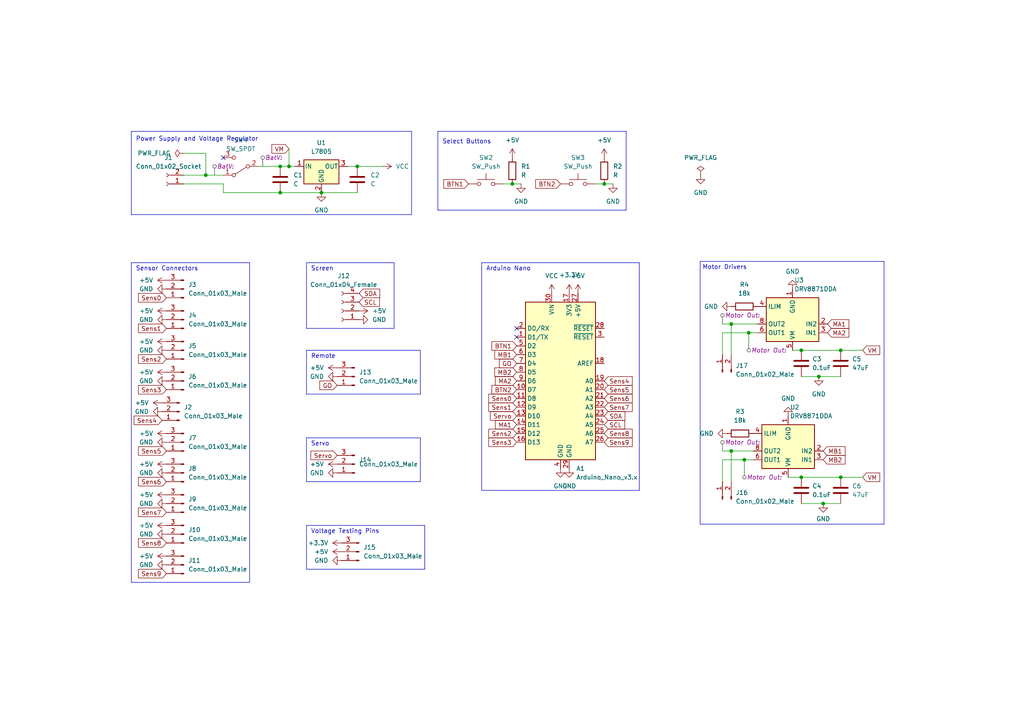
<source format=kicad_sch>
(kicad_sch (version 20230121) (generator eeschema)
  (paper "A4")
  (title_block (title "DenjuDivision_Tenn_Minisumo_Board") (date "2024-03-31") (rev "1.0") (company "DenjuDivision") (comment 1 "Design by Tenkai Cruz") (comment 2 "@tenn.bots"))
  (lib_symbols
    (symbol "Connector:Conn_01x02_Male" (pin_names (offset 1.016) hide)
      (property "Reference" "J" (at 0 2.54 0))
      (property "Value" "Conn_01x02_Male" (at 0 -5.08 0))
      (symbol "Conn_01x02_Male_1_1"
        (polyline (pts (xy 1.27 -2.54) (xy 0.8636 -2.54)) (stroke (width 0.1524)))
        (polyline (pts (xy 1.27 0) (xy 0.8636 0)) (stroke (width 0.1524)))
        (rectangle (start 0.8636 -2.413) (end 0 -2.667) (stroke (width 0.1524)) (fill (type outline)))
        (rectangle (start 0.8636 0.127) (end 0 -0.127) (stroke (width 0.1524)) (fill (type outline)))
        (pin passive line (at 5.08 0 180) (length 3.81) (name "Pin_1") (number "1"))
        (pin passive line (at 5.08 -2.54 180) (length 3.81) (name "Pin_2") (number "2"))
      )
    )
    (symbol "Connector:Conn_01x02_Socket" (pin_names (offset 1.016) hide)
      (property "Reference" "J" (at 0 2.54 0))
      (property "Value" "Conn_01x02_Socket" (at 0 -5.08 0))
      (symbol "Conn_01x02_Socket_1_1"
        (arc (start 0 -2.032) (mid -0.5058 -2.54) (end 0 -3.048) (stroke (width 0.1524)))
        (polyline (pts (xy -1.27 -2.54) (xy -0.508 -2.54)) (stroke (width 0.1524)))
        (polyline (pts (xy -1.27 0) (xy -0.508 0)) (stroke (width 0.1524)))
        (arc (start 0 0.508) (mid -0.5058 0) (end 0 -0.508) (stroke (width 0.1524)))
        (pin passive line (at -5.08 0 0) (length 3.81) (name "Pin_1") (number "1"))
        (pin passive line (at -5.08 -2.54 0) (length 3.81) (name "Pin_2") (number "2"))
      )
    )
    (symbol "Connector:Conn_01x03_Male" (pin_names (offset 1.016) hide)
      (property "Reference" "J" (at 0 5.08 0))
      (property "Value" "Conn_01x03_Male" (at 0 -5.08 0))
      (symbol "Conn_01x03_Male_1_1"
        (polyline (pts (xy 1.27 -2.54) (xy 0.8636 -2.54)) (stroke (width 0.1524)))
        (polyline (pts (xy 1.27 0) (xy 0.8636 0)) (stroke (width 0.1524)))
        (polyline (pts (xy 1.27 2.54) (xy 0.8636 2.54)) (stroke (width 0.1524)))
        (rectangle (start 0.8636 -2.413) (end 0 -2.667) (stroke (width 0.1524)) (fill (type outline)))
        (rectangle (start 0.8636 0.127) (end 0 -0.127) (stroke (width 0.1524)) (fill (type outline)))
        (rectangle (start 0.8636 2.667) (end 0 2.413) (stroke (width 0.1524)) (fill (type outline)))
        (pin passive line (at 5.08 2.54 180) (length 3.81) (name "Pin_1") (number "1"))
        (pin passive line (at 5.08 0 180) (length 3.81) (name "Pin_2") (number "2"))
        (pin passive line (at 5.08 -2.54 180) (length 3.81) (name "Pin_3") (number "3"))
      )
    )
    (symbol "Connector:Conn_01x04_Female" (pin_names (offset 1.016) hide)
      (property "Reference" "J" (at 0 5.08 0))
      (property "Value" "Conn_01x04_Female" (at 0 -7.62 0))
      (symbol "Conn_01x04_Female_1_1"
        (arc (start 0 -4.572) (mid -0.5058 -5.08) (end 0 -5.588) (stroke (width 0.1524)))
        (arc (start 0 -2.032) (mid -0.5058 -2.54) (end 0 -3.048) (stroke (width 0.1524)))
        (polyline (pts (xy -1.27 -5.08) (xy -0.508 -5.08)) (stroke (width 0.1524)))
        (polyline (pts (xy -1.27 -2.54) (xy -0.508 -2.54)) (stroke (width 0.1524)))
        (polyline (pts (xy -1.27 0) (xy -0.508 0)) (stroke (width 0.1524)))
        (polyline (pts (xy -1.27 2.54) (xy -0.508 2.54)) (stroke (width 0.1524)))
        (arc (start 0 0.508) (mid -0.5058 0) (end 0 -0.508) (stroke (width 0.1524)))
        (arc (start 0 3.048) (mid -0.5058 2.54) (end 0 2.032) (stroke (width 0.1524)))
        (pin passive line (at -5.08 2.54 0) (length 3.81) (name "Pin_1") (number "1"))
        (pin passive line (at -5.08 0 0) (length 3.81) (name "Pin_2") (number "2"))
        (pin passive line (at -5.08 -2.54 0) (length 3.81) (name "Pin_3") (number "3"))
        (pin passive line (at -5.08 -5.08 0) (length 3.81) (name "Pin_4") (number "4"))
      )
    )
    (symbol "Device:C" (pin_numbers hide) (pin_names (offset 0.254))
      (property "Reference" "C" (at 0.635 2.54 0))
      (property "Value" "C" (at 0.635 -2.54 0))
      (symbol "C_0_1"
        (polyline (pts (xy -2.032 -0.762) (xy 2.032 -0.762)) (stroke (width 0.508)))
        (polyline (pts (xy -2.032 0.762) (xy 2.032 0.762)) (stroke (width 0.508)))
      )
      (symbol "C_1_1"
        (pin passive line (at 0 3.81 270) (length 2.794) (name "~") (number "1"))
        (pin passive line (at 0 -3.81 90) (length 2.794) (name "~") (number "2"))
      )
    )
    (symbol "Device:R" (pin_numbers hide) (pin_names (offset 0))
      (property "Reference" "R" (at 2.032 0 90))
      (property "Value" "R" (at 0 0 90))
      (symbol "R_0_1"
        (rectangle (start -1.016 -2.54) (end 1.016 2.54) (stroke (width 0.254)))
      )
      (symbol "R_1_1"
        (pin passive line (at 0 3.81 270) (length 1.27) (name "~") (number "1"))
        (pin passive line (at 0 -3.81 90) (length 1.27) (name "~") (number "2"))
      )
    )
    (symbol "Driver_Motor:DRV8871DDA"
      (property "Reference" "U" (at -6.35 6.35 0))
      (property "Value" "DRV8871DDA" (at 8.89 6.35 0))
      (symbol "DRV8871DDA_0_1"
        (rectangle (start -7.62 5.08) (end 7.62 -7.62) (stroke (width 0.254)) (fill (type background)))
      )
      (symbol "DRV8871DDA_1_1"
        (pin power_in line (at 0 -10.16 90) (length 2.54) (name "GND") (number "1"))
        (pin input line (at -10.16 0 0) (length 2.54) (name "IN2") (number "2"))
        (pin input line (at -10.16 2.54 0) (length 2.54) (name "IN1") (number "3"))
        (pin passive line (at 10.16 -5.08 180) (length 2.54) (name "ILIM") (number "4"))
        (pin power_in line (at 0 7.62 270) (length 2.54) (name "VM") (number "5"))
        (pin output line (at 10.16 2.54 180) (length 2.54) (name "OUT1") (number "6"))
        (pin passive line (at 0 -10.16 90) (length 2.54) hide (name "GND") (number "7"))
        (pin output line (at 10.16 0 180) (length 2.54) (name "OUT2") (number "8"))
        (pin passive line (at 0 -10.16 90) (length 2.54) hide (name "GND") (number "9"))
      )
    )
    (symbol "MCU_Module:Arduino_Nano_v3.x"
      (property "Reference" "A" (at -10.16 23.495 0))
      (property "Value" "Arduino_Nano_v3.x" (at 5.08 -24.13 0))
      (symbol "Arduino_Nano_v3.x_0_1"
        (rectangle (start -10.16 22.86) (end 10.16 -22.86) (stroke (width 0.254)) (fill (type background)))
      )
      (symbol "Arduino_Nano_v3.x_1_1"
        (pin bidirectional line (at -12.7 12.7 0) (length 2.54) (name "D1/TX") (number "1"))
        (pin bidirectional line (at -12.7 -2.54 0) (length 2.54) (name "D7") (number "10"))
        (pin bidirectional line (at -12.7 -5.08 0) (length 2.54) (name "D8") (number "11"))
        (pin bidirectional line (at -12.7 -7.62 0) (length 2.54) (name "D9") (number "12"))
        (pin bidirectional line (at -12.7 -10.16 0) (length 2.54) (name "D10") (number "13"))
        (pin bidirectional line (at -12.7 -12.7 0) (length 2.54) (name "D11") (number "14"))
        (pin bidirectional line (at -12.7 -15.24 0) (length 2.54) (name "D12") (number "15"))
        (pin bidirectional line (at -12.7 -17.78 0) (length 2.54) (name "D13") (number "16"))
        (pin power_out line (at 2.54 25.4 270) (length 2.54) (name "3V3") (number "17"))
        (pin input line (at 12.7 5.08 180) (length 2.54) (name "AREF") (number "18"))
        (pin bidirectional line (at 12.7 0 180) (length 2.54) (name "A0") (number "19"))
        (pin bidirectional line (at -12.7 15.24 0) (length 2.54) (name "D0/RX") (number "2"))
        (pin bidirectional line (at 12.7 -2.54 180) (length 2.54) (name "A1") (number "20"))
        (pin bidirectional line (at 12.7 -5.08 180) (length 2.54) (name "A2") (number "21"))
        (pin bidirectional line (at 12.7 -7.62 180) (length 2.54) (name "A3") (number "22"))
        (pin bidirectional line (at 12.7 -10.16 180) (length 2.54) (name "A4") (number "23"))
        (pin bidirectional line (at 12.7 -12.7 180) (length 2.54) (name "A5") (number "24"))
        (pin bidirectional line (at 12.7 -15.24 180) (length 2.54) (name "A6") (number "25"))
        (pin bidirectional line (at 12.7 -17.78 180) (length 2.54) (name "A7") (number "26"))
        (pin power_out line (at 5.08 25.4 270) (length 2.54) (name "+5V") (number "27"))
        (pin input line (at 12.7 15.24 180) (length 2.54) (name "~{RESET}") (number "28"))
        (pin power_in line (at 2.54 -25.4 90) (length 2.54) (name "GND") (number "29"))
        (pin input line (at 12.7 12.7 180) (length 2.54) (name "~{RESET}") (number "3"))
        (pin power_in line (at -2.54 25.4 270) (length 2.54) (name "VIN") (number "30"))
        (pin power_in line (at 0 -25.4 90) (length 2.54) (name "GND") (number "4"))
        (pin bidirectional line (at -12.7 10.16 0) (length 2.54) (name "D2") (number "5"))
        (pin bidirectional line (at -12.7 7.62 0) (length 2.54) (name "D3") (number "6"))
        (pin bidirectional line (at -12.7 5.08 0) (length 2.54) (name "D4") (number "7"))
        (pin bidirectional line (at -12.7 2.54 0) (length 2.54) (name "D5") (number "8"))
        (pin bidirectional line (at -12.7 0 0) (length 2.54) (name "D6") (number "9"))
      )
    )
    (symbol "Regulator_Linear:L7805" (pin_names (offset 0.254))
      (property "Reference" "U" (at -3.81 3.175 0))
      (property "Value" "L7805" (at 0 3.175 0))
      (symbol "L7805_0_1"
        (rectangle (start -5.08 1.905) (end 5.08 -5.08) (stroke (width 0.254)) (fill (type background)))
      )
      (symbol "L7805_1_1"
        (pin power_in line (at -7.62 0 0) (length 2.54) (name "IN") (number "1"))
        (pin power_in line (at 0 -7.62 90) (length 2.54) (name "GND") (number "2"))
        (pin power_out line (at 7.62 0 180) (length 2.54) (name "OUT") (number "3"))
      )
    )
    (symbol "Switch:SW_Push" (pin_numbers hide) (pin_names (offset 1.016) hide)
      (property "Reference" "SW" (at 1.27 2.54 0))
      (property "Value" "SW_Push" (at 0 -1.524 0))
      (symbol "SW_Push_0_1"
        (circle (center -2.032 0) (radius 0.508))
        (polyline (pts (xy 0 1.27) (xy 0 3.048)))
        (polyline (pts (xy 2.54 1.27) (xy -2.54 1.27)))
        (circle (center 2.032 0) (radius 0.508))
        (pin passive line (at -5.08 0 0) (length 2.54) (name "1") (number "1"))
        (pin passive line (at 5.08 0 180) (length 2.54) (name "2") (number "2"))
      )
    )
    (symbol "Switch:SW_SPDT" (pin_names (offset 0) hide)
      (property "Reference" "SW" (at 0 4.318 0))
      (property "Value" "SW_SPDT" (at 0 -5.08 0))
      (symbol "SW_SPDT_0_0"
        (circle (center -2.032 0) (radius 0.508))
        (circle (center 2.032 -2.54) (radius 0.508))
      )
      (symbol "SW_SPDT_0_1"
        (polyline (pts (xy -1.524 0.254) (xy 1.651 2.286)))
        (circle (center 2.032 2.54) (radius 0.508))
      )
      (symbol "SW_SPDT_1_1"
        (pin passive line (at 5.08 2.54 180) (length 2.54) (name "A") (number "1"))
        (pin passive line (at -5.08 0 0) (length 2.54) (name "B") (number "2"))
        (pin passive line (at 5.08 -2.54 180) (length 2.54) (name "C") (number "3"))
      )
    )
    (symbol "power:+3.3V" (power) (pin_names (offset 0))
      (property "Value" "+3.3V" (at 0 3.556 0))
      (symbol "+3.3V_0_1"
        (polyline (pts (xy -0.762 1.27) (xy 0 2.54)))
        (polyline (pts (xy 0 0) (xy 0 2.54)))
        (polyline (pts (xy 0 2.54) (xy 0.762 1.27)))
      )
      (symbol "+3.3V_1_1"
        (pin power_in line (at 0 0 90) (length 0) hide (name "+3.3V") (number "1"))
      )
    )
    (symbol "power:+5V" (power) (pin_names (offset 0))
      (property "Value" "+5V" (at 0 3.556 0))
      (symbol "+5V_0_1"
        (polyline (pts (xy -0.762 1.27) (xy 0 2.54)))
        (polyline (pts (xy 0 0) (xy 0 2.54)))
        (polyline (pts (xy 0 2.54) (xy 0.762 1.27)))
      )
      (symbol "+5V_1_1"
        (pin power_in line (at 0 0 90) (length 0) hide (name "+5V") (number "1"))
      )
    )
    (symbol "power:GND" (power) (pin_names (offset 0))
      (property "Value" "GND" (at 0 -3.81 0))
      (symbol "GND_0_1"
        (polyline (pts (xy 0 0) (xy 0 -1.27) (xy 1.27 -1.27) (xy 0 -2.54) (xy -1.27 -1.27) (xy 0 -1.27)))
      )
      (symbol "GND_1_1"
        (pin power_in line (at 0 0 270) (length 0) hide (name "GND") (number "1"))
      )
    )
    (symbol "power:PWR_FLAG" (power) (pin_numbers hide) (pin_names (offset 0) hide)
      (property "Value" "PWR_FLAG" (at 0 3.81 0))
      (symbol "PWR_FLAG_0_0"
        (pin power_out line (at 0 0 90) (length 0) (name "pwr") (number "1"))
      )
      (symbol "PWR_FLAG_0_1"
        (polyline (pts (xy 0 0) (xy 0 1.27) (xy -1.016 1.905) (xy 0 2.54) (xy 1.016 1.905) (xy 0 1.27)))
      )
    )
    (symbol "power:VCC" (power) (pin_names (offset 0))
      (property "Value" "VCC" (at 0 3.81 0))
      (symbol "VCC_0_1"
        (polyline (pts (xy -0.762 1.27) (xy 0 2.54)))
        (polyline (pts (xy 0 0) (xy 0 2.54)))
        (polyline (pts (xy 0 2.54) (xy 0.762 1.27)))
      )
      (symbol "VCC_1_1"
        (pin power_in line (at 0 0 90) (length 0) hide (name "VCC") (number "1"))
      )
    )
  )
  (junction (at 212.09 130.81))
  (junction (at 238.76 146.05))
  (junction (at 148.59 53.34))
  (junction (at 81.28 55.88))
  (junction (at 237.49 109.22))
  (junction (at 81.28 48.26))
  (junction (at 243.84 138.43))
  (junction (at 217.17 96.52))
  (junction (at 175.26 53.34))
  (junction (at 232.41 101.6))
  (junction (at 215.9 133.35))
  (junction (at 103.632 48.26))
  (junction (at 232.41 138.43))
  (junction (at 59.69 50.8))
  (junction (at 212.09 93.98))
  (junction (at 243.84 101.6))
  (junction (at 83.82 48.26))
  (junction (at 93.218 55.88))
  (no_connect (at 149.86 97.79))
  (no_connect (at 149.86 95.25))
  (no_connect (at 64.77 45.72))
  (wire (pts (xy 238.76 146.05) (xy 243.84 146.05)))
  (polyline (pts (xy 256.413 152.019) (xy 256.413 75.819)))
  (wire (pts (xy 175.26 53.34) (xy 177.8 53.34)))
  (polyline (pts (xy 139.7 142.24) (xy 185.42 142.24)))
  (wire (pts (xy 64.77 55.88) (xy 81.28 55.88)))
  (wire (pts (xy 209.55 96.52) (xy 217.17 96.52)))
  (polyline (pts (xy 88.9 114.3) (xy 121.92 114.3)))
  (wire (pts (xy 209.55 139.7) (xy 209.55 133.35)))
  (polyline (pts (xy 203.073 75.819) (xy 256.413 75.819)))
  (polyline (pts (xy 88.9 152.4) (xy 123.19 152.4)))
  (polyline (pts (xy 38.1 38.1) (xy 119.38 38.1)))
  (polyline (pts (xy 38.1 168.91) (xy 72.39 168.91)))
  (polyline (pts (xy 181.61 60.96) (xy 181.61 38.1)))
  (wire (pts (xy 53.34 44.45) (xy 59.69 44.45)))
  (wire (pts (xy 209.55 96.52) (xy 209.55 102.87)))
  (wire (pts (xy 217.17 96.52) (xy 219.71 96.52)))
  (polyline (pts (xy 88.9 76.2) (xy 88.9 77.47)))
  (polyline (pts (xy 72.39 168.91) (xy 72.39 76.2)))
  (polyline (pts (xy 121.92 139.7) (xy 121.92 127)))
  (wire (pts (xy 232.41 101.6) (xy 243.84 101.6)))
  (polyline (pts (xy 38.1 62.23) (xy 119.38 62.23)))
  (polyline (pts (xy 88.9 139.7) (xy 121.92 139.7)))
  (polyline (pts (xy 181.61 38.1) (xy 127 38.1)))
  (polyline (pts (xy 139.7 76.2) (xy 185.42 76.2)))
  (polyline (pts (xy 88.9 127) (xy 88.9 139.7)))
  (wire (pts (xy 64.77 53.34) (xy 64.77 55.88)))
  (wire (pts (xy 74.93 48.26) (xy 81.28 48.26)))
  (wire (pts (xy 209.55 93.98) (xy 212.09 93.98)))
  (wire (pts (xy 100.838 48.26) (xy 103.632 48.26)))
  (wire (pts (xy 83.82 43.18) (xy 83.82 48.26)))
  (polyline (pts (xy 88.9 127) (xy 121.92 127)))
  (wire (pts (xy 237.49 109.22) (xy 243.84 109.22)))
  (wire (pts (xy 232.41 109.22) (xy 237.49 109.22)))
  (wire (pts (xy 212.09 130.81) (xy 212.09 139.7)))
  (polyline (pts (xy 127 38.1) (xy 127 60.96)))
  (polyline (pts (xy 203.073 75.819) (xy 203.073 152.019)))
  (wire (pts (xy 172.72 53.34) (xy 175.26 53.34)))
  (polyline (pts (xy 88.9 77.47) (xy 88.9 95.25)))
  (polyline (pts (xy 121.92 114.3) (xy 121.92 101.6)))
  (wire (pts (xy 81.28 55.88) (xy 93.218 55.88)))
  (wire (pts (xy 243.84 101.6) (xy 250.19 101.6)))
  (polyline (pts (xy 123.19 165.1) (xy 123.19 152.4)))
  (wire (pts (xy 209.55 133.35) (xy 215.9 133.35)))
  (polyline (pts (xy 114.3 95.25) (xy 114.3 76.2)))
  (wire (pts (xy 212.09 93.98) (xy 219.71 93.98)))
  (wire (pts (xy 148.59 53.34) (xy 151.13 53.34)))
  (wire (pts (xy 146.05 53.34) (xy 148.59 53.34)))
  (polyline (pts (xy 127 60.96) (xy 181.61 60.96)))
  (wire (pts (xy 212.09 93.98) (xy 212.09 102.87)))
  (wire (pts (xy 59.69 50.8) (xy 64.77 50.8)))
  (polyline (pts (xy 88.9 165.1) (xy 123.19 165.1)))
  (wire (pts (xy 93.218 55.88) (xy 103.632 55.88)))
  (wire (pts (xy 229.87 101.6) (xy 232.41 101.6)))
  (wire (pts (xy 59.69 44.45) (xy 59.69 50.8)))
  (polyline (pts (xy 119.38 62.23) (xy 119.38 38.1)))
  (wire (pts (xy 212.09 130.81) (xy 218.44 130.81)))
  (polyline (pts (xy 203.073 152.019) (xy 256.413 152.019)))
  (wire (pts (xy 228.6 138.43) (xy 232.41 138.43)))
  (polyline (pts (xy 185.42 142.24) (xy 185.42 76.2)))
  (polyline (pts (xy 139.7 76.2) (xy 139.7 142.24)))
  (polyline (pts (xy 38.1 38.1) (xy 38.1 62.23)))
  (polyline (pts (xy 38.1 76.2) (xy 38.1 168.91)))
  (wire (pts (xy 59.69 50.8) (xy 53.34 50.8)))
  (polyline (pts (xy 88.9 101.6) (xy 88.9 114.3)))
  (wire (pts (xy 81.28 48.26) (xy 83.82 48.26)))
  (wire (pts (xy 232.41 138.43) (xy 243.84 138.43)))
  (wire (pts (xy 53.34 53.34) (xy 64.77 53.34)))
  (wire (pts (xy 215.9 133.35) (xy 215.9 135.89)))
  (polyline (pts (xy 114.3 76.2) (xy 88.9 76.2)))
  (wire (pts (xy 217.17 96.52) (xy 217.17 99.06)))
  (wire (pts (xy 103.632 48.26) (xy 110.998 48.26)))
  (wire (pts (xy 83.82 48.26) (xy 85.598 48.26)))
  (polyline (pts (xy 38.1 76.2) (xy 72.39 76.2)))
  (wire (pts (xy 209.55 130.81) (xy 212.09 130.81)))
  (wire (pts (xy 215.9 133.35) (xy 218.44 133.35)))
  (wire (pts (xy 243.84 138.43) (xy 250.19 138.43)))
  (polyline (pts (xy 121.92 101.6) (xy 88.9 101.6)))
  (polyline (pts (xy 88.9 152.4) (xy 88.9 165.1)))
  (wire (pts (xy 232.41 146.05) (xy 238.76 146.05)))
  (polyline (pts (xy 88.9 95.25) (xy 114.3 95.25)))
  (text "Arduino Nano" (at 140.97 78.74 0) (effects (font (size 1.27 1.27)) (justify left bottom)))
  (text "Sensor Connectors" (at 39.37 78.74 0) (effects (font (size 1.27 1.27)) (justify left bottom)))
  (text "Screen" (at 90.17 78.74 0) (effects (font (size 1.27 1.27)) (justify left bottom)))
  (text "Servo" (at 90.17 129.54 0) (effects (font (size 1.27 1.27)) (justify left bottom)))
  (text "Select Buttons" (at 128.27 41.91 0) (effects (font (size 1.27 1.27)) (justify left bottom)))
  (text "Motor Drivers" (at 203.708 78.359 0) (effects (font (size 1.27 1.27)) (justify left bottom)))
  (text "Remote" (at 90.17 104.14 0) (effects (font (size 1.27 1.27)) (justify left bottom)))
  (text "Power Supply and Voltage Regulator\n\n" (at 39.37 43.18 0) (effects (font (size 1.27 1.27)) (justify left bottom)))
  (text "Voltage Testing Pins" (at 90.17 154.94 0) (effects (font (size 1.27 1.27)) (justify left bottom)))
  (global_label "Sens8" (shape input) (at 48.26 157.48 180) (property "Intersheetrefs" "${INTERSHEET_REFS}" (effects hide)))
  (global_label "Sens8" (shape input) (at 175.26 125.73 0) (property "Intersheetrefs" "${INTERSHEET_REFS}" (effects hide)))
  (global_label "GO" (shape input) (at 149.86 105.41 180) (property "Intersheetrefs" "${INTERSHEET_REFS}" (effects hide)))
  (global_label "SDA" (shape input) (at 175.26 120.65 0) (property "Intersheetrefs" "${INTERSHEET_REFS}" (effects hide)))
  (global_label "Sens0" (shape input) (at 149.86 115.57 180) (property "Intersheetrefs" "${INTERSHEET_REFS}" (effects hide)))
  (global_label "Sens2" (shape input) (at 149.86 125.73 180) (property "Intersheetrefs" "${INTERSHEET_REFS}" (effects hide)))
  (global_label "GO" (shape input) (at 97.79 111.76 180) (property "Intersheetrefs" "${INTERSHEET_REFS}" (effects hide)))
  (global_label "MA1" (shape input) (at 149.86 123.19 180) (property "Intersheetrefs" "${INTERSHEET_REFS}" (effects hide)))
  (global_label "VM" (shape input) (at 250.19 101.6 0) (property "Intersheetrefs" "${INTERSHEET_REFS}" (effects hide)))
  (global_label "Sens5" (shape input) (at 175.26 113.03 0) (property "Intersheetrefs" "${INTERSHEET_REFS}" (effects hide)))
  (global_label "VM" (shape input) (at 250.19 138.43 0) (property "Intersheetrefs" "${INTERSHEET_REFS}" (effects hide)))
  (global_label "Sens6" (shape input) (at 175.26 115.57 0) (property "Intersheetrefs" "${INTERSHEET_REFS}" (effects hide)))
  (global_label "Sens2" (shape input) (at 48.26 104.14 180) (property "Intersheetrefs" "${INTERSHEET_REFS}" (effects hide)))
  (global_label "Sens3" (shape input) (at 149.86 128.27 180) (property "Intersheetrefs" "${INTERSHEET_REFS}" (effects hide)))
  (global_label "MB2" (shape input) (at 149.86 107.95 180) (property "Intersheetrefs" "${INTERSHEET_REFS}" (effects hide)))
  (global_label "Sens9" (shape input) (at 175.26 128.27 0) (property "Intersheetrefs" "${INTERSHEET_REFS}" (effects hide)))
  (global_label "BTN2" (shape input) (at 162.56 53.34 180) (property "Intersheetrefs" "${INTERSHEET_REFS}" (effects hide)))
  (global_label "SCL" (shape input) (at 104.14 87.63 0) (property "Intersheetrefs" "${INTERSHEET_REFS}" (effects hide)))
  (global_label "VM" (shape input) (at 83.82 43.18 180) (property "Intersheetrefs" "${INTERSHEET_REFS}" (effects hide)))
  (global_label "Sens5" (shape input) (at 48.26 130.81 180) (property "Intersheetrefs" "${INTERSHEET_REFS}" (effects hide)))
  (global_label "Sens4" (shape input) (at 46.99 121.92 180) (property "Intersheetrefs" "${INTERSHEET_REFS}" (effects hide)))
  (global_label "MB1" (shape input) (at 149.86 102.87 180) (property "Intersheetrefs" "${INTERSHEET_REFS}" (effects hide)))
  (global_label "Servo" (shape input) (at 97.79 132.08 180) (property "Intersheetrefs" "${INTERSHEET_REFS}" (effects hide)))
  (global_label "MA2" (shape input) (at 240.03 96.52 0) (property "Intersheetrefs" "${INTERSHEET_REFS}" (effects hide)))
  (global_label "MA2" (shape input) (at 149.86 110.49 180) (property "Intersheetrefs" "${INTERSHEET_REFS}" (effects hide)))
  (global_label "BTN1" (shape input) (at 135.89 53.34 180) (property "Intersheetrefs" "${INTERSHEET_REFS}" (effects hide)))
  (global_label "Servo" (shape input) (at 149.86 120.65 180) (property "Intersheetrefs" "${INTERSHEET_REFS}" (effects hide)))
  (global_label "Sens7" (shape input) (at 48.26 148.59 180) (property "Intersheetrefs" "${INTERSHEET_REFS}" (effects hide)))
  (global_label "Sens1" (shape input) (at 48.26 95.25 180) (property "Intersheetrefs" "${INTERSHEET_REFS}" (effects hide)))
  (global_label "Sens4" (shape input) (at 175.26 110.49 0) (property "Intersheetrefs" "${INTERSHEET_REFS}" (effects hide)))
  (global_label "MB2" (shape input) (at 238.76 133.35 0) (property "Intersheetrefs" "${INTERSHEET_REFS}" (effects hide)))
  (global_label "MA1" (shape input) (at 240.03 93.98 0) (property "Intersheetrefs" "${INTERSHEET_REFS}" (effects hide)))
  (global_label "BTN1" (shape input) (at 149.86 100.33 180) (property "Intersheetrefs" "${INTERSHEET_REFS}" (effects hide)))
  (global_label "SDA" (shape input) (at 104.14 85.09 0) (property "Intersheetrefs" "${INTERSHEET_REFS}" (effects hide)))
  (global_label "Sens3" (shape input) (at 48.26 113.03 180) (property "Intersheetrefs" "${INTERSHEET_REFS}" (effects hide)))
  (global_label "Sens9" (shape input) (at 48.26 166.37 180) (property "Intersheetrefs" "${INTERSHEET_REFS}" (effects hide)))
  (global_label "Sens1" (shape input) (at 149.86 118.11 180) (property "Intersheetrefs" "${INTERSHEET_REFS}" (effects hide)))
  (global_label "MB1" (shape input) (at 238.76 130.81 0) (property "Intersheetrefs" "${INTERSHEET_REFS}" (effects hide)))
  (global_label "SCL" (shape input) (at 175.26 123.19 0) (property "Intersheetrefs" "${INTERSHEET_REFS}" (effects hide)))
  (global_label "Sens7" (shape input) (at 175.26 118.11 0) (property "Intersheetrefs" "${INTERSHEET_REFS}" (effects hide)))
  (global_label "Sens6" (shape input) (at 48.26 139.7 180) (property "Intersheetrefs" "${INTERSHEET_REFS}" (effects hide)))
  (global_label "BTN2" (shape input) (at 149.86 113.03 180) (property "Intersheetrefs" "${INTERSHEET_REFS}" (effects hide)))
  (global_label "Sens0" (shape input) (at 48.26 86.36 180) (property "Intersheetrefs" "${INTERSHEET_REFS}" (effects hide)))
  (netclass_flag "" (length 2.54) (shape round) (at 217.17 99.06 180))
  (netclass_flag "" (length 2.54) (shape round) (at 209.55 93.98 0))
  (netclass_flag "" (length 2.54) (shape round) (at 209.55 130.81 0))
  (netclass_flag "" (length 2.54) (shape round) (at 215.9 135.89 180))
  (netclass_flag "" (length 2.54) (shape round) (at 62.23 50.8 0))
  (netclass_flag "" (length 2.54) (shape round) (at 76.2 48.26 0))
  (symbol (lib_id "power:GND") (at 97.79 137.16 270) (mirror x) (unit 1)
    (property "Reference" "#PWR032" (effects hide))
    (property "Value" "GND" (at 93.98 137.1599 90) (effects (justify right)))
  )
  (symbol (lib_id "power:GND") (at 48.26 83.82 270) (unit 1)
    (property "Reference" "#PWR04" (effects hide))
    (property "Value" "GND" (at 44.45 83.8199 90) (effects (justify right)))
  )
  (symbol (lib_id "power:GND") (at 151.13 53.34 0) (unit 1)
    (property "Reference" "#PWR039" (effects hide))
    (property "Value" "GND" (at 151.13 58.42 0))
  )
  (symbol (lib_id "power:+5V") (at 167.64 85.09 0) (unit 1)
    (property "Reference" "#PWR027" (effects hide))
    (property "Value" "+5V" (at 167.64 80.01 0))
  )
  (symbol (lib_id "Connector:Conn_01x03_Male") (at 53.34 146.05 180) (unit 1)
    (property "Reference" "J9" (at 54.61 144.7799 0) (effects (justify right)))
    (property "Value" "Conn_01x03_Male" (at 54.61 147.3199 0) (effects (justify right)))
    (property "Footprint" "Connector_PinSocket_2.54mm:PinSocket_1x03_P2.54mm_Vertical" (effects hide))
  )
  (symbol (lib_id "power:GND") (at 162.56 135.89 0) (unit 1)
    (property "Reference" "#PWR023" (effects hide))
    (property "Value" "GND" (at 162.56 140.97 0))
  )
  (symbol (lib_id "power:+5V") (at 48.26 81.28 90) (unit 1)
    (property "Reference" "#PWR03" (effects hide))
    (property "Value" "+5V" (at 44.45 81.2799 90) (effects (justify left)))
  )
  (symbol (lib_id "power:GND") (at 97.79 109.22 270) (unit 1)
    (property "Reference" "#PWR030" (effects hide))
    (property "Value" "GND" (at 93.98 109.2199 90) (effects (justify right)))
  )
  (symbol (lib_id "MCU_Module:Arduino_Nano_v3.x") (at 162.56 110.49 0) (unit 1)
    (property "Reference" "A1" (at 167.1194 135.89 0) (effects (justify left)))
    (property "Value" "Arduino_Nano_v3.x" (at 167.1194 138.43 0) (effects (justify left)))
    (property "Footprint" "Module:Arduino_Nano" (effects hide))
    (property "Datasheet" "http://www.mouser.com/pdfdocs/Gravitech_Arduino_Nano3_0.pdf" (effects hide))
  )
  (symbol (lib_id "Connector:Conn_01x03_Male") (at 53.34 110.49 180) (unit 1)
    (property "Reference" "J6" (at 54.61 109.2199 0) (effects (justify right)))
    (property "Value" "Conn_01x03_Male" (at 54.61 111.7599 0) (effects (justify right)))
    (property "Footprint" "Connector_PinSocket_2.54mm:PinSocket_1x03_P2.54mm_Vertical" (effects hide))
  )
  (symbol (lib_id "power:GND") (at 203.2 50.8 0) (unit 1)
    (property "Reference" "#PWR028" (effects hide))
    (property "Value" "GND" (at 203.2 55.88 0))
  )
  (symbol (lib_id "power:GND") (at 238.76 146.05 0) (unit 1)
    (property "Reference" "#PWR047" (effects hide))
    (property "Value" "GND" (at 238.76 150.495 0))
  )
  (symbol (lib_id "power:GND") (at 212.09 88.9 270) (unit 1)
    (property "Reference" "#PWR042" (effects hide))
    (property "Value" "GND" (at 208.28 88.8999 90) (effects (justify right)))
  )
  (symbol (lib_id "power:+5V") (at 48.26 161.29 90) (unit 1)
    (property "Reference" "#PWR019" (effects hide))
    (property "Value" "+5V" (at 44.45 161.2899 90) (effects (justify left)))
  )
  (symbol (lib_id "Device:R") (at 215.9 88.9 90) (unit 1)
    (property "Reference" "R4" (at 215.9 82.55 90))
    (property "Value" "18k" (at 215.9 85.09 90))
    (property "Footprint" "Resistor_SMD:R_0805_2012Metric_Pad1.20x1.40mm_HandSolder" (effects hide))
  )
  (symbol (lib_id "power:GND") (at 48.26 110.49 270) (unit 1)
    (property "Reference" "#PWR010" (effects hide))
    (property "Value" "GND" (at 44.45 110.4899 90) (effects (justify right)))
  )
  (symbol (lib_id "power:+5V") (at 48.26 125.73 90) (unit 1)
    (property "Reference" "#PWR011" (effects hide))
    (property "Value" "+5V" (at 44.45 125.7299 90) (effects (justify left)))
  )
  (symbol (lib_id "power:+3.3V") (at 165.1 85.09 0) (unit 1)
    (property "Reference" "#PWR024" (effects hide))
    (property "Value" "+3.3V" (at 165.1 79.756 0))
  )
  (symbol (lib_id "Device:C") (at 243.84 105.41 0) (unit 1)
    (property "Reference" "C5" (at 247.142 104.1399 0) (effects (justify left)))
    (property "Value" "47uF" (at 247.142 106.6799 0) (effects (justify left)))
    (property "Footprint" "Capacitor_Tantalum_SMD:CP_EIA-7343-31_Kemet-D_Pad2.25x2.55mm_HandSolder" (effects hide))
  )
  (symbol (lib_id "Device:R") (at 148.59 49.53 0) (unit 1)
    (property "Reference" "R1" (at 151.13 48.2599 0) (effects (justify left)))
    (property "Value" "R" (at 151.13 50.7999 0) (effects (justify left)))
    (property "Footprint" "Resistor_SMD:R_0805_2012Metric_Pad1.20x1.40mm_HandSolder" (effects hide))
  )
  (symbol (lib_id "power:+5V") (at 48.26 99.06 90) (unit 1)
    (property "Reference" "#PWR07" (effects hide))
    (property "Value" "+5V" (at 44.45 99.0599 90) (effects (justify left)))
  )
  (symbol (lib_id "power:GND") (at 48.26 154.94 270) (unit 1)
    (property "Reference" "#PWR018" (effects hide))
    (property "Value" "GND" (at 44.45 154.9399 90) (effects (justify right)))
  )
  (symbol (lib_id "power:GND") (at 93.218 55.88 0) (unit 1)
    (property "Reference" "#PWR021" (effects hide))
    (property "Value" "GND" (at 93.218 60.96 0))
  )
  (symbol (lib_id "Device:C") (at 81.28 52.07 0) (unit 1)
    (property "Reference" "C1" (at 85.09 50.7999 0) (effects (justify left)))
    (property "Value" "C" (at 85.09 53.3399 0) (effects (justify left)))
    (property "Footprint" "Capacitor_SMD:C_0805_2012Metric_Pad1.18x1.45mm_HandSolder" (effects hide))
  )
  (symbol (lib_id "power:GND") (at 177.8 53.34 0) (unit 1)
    (property "Reference" "#PWR043" (effects hide))
    (property "Value" "GND" (at 177.8 58.42 0))
  )
  (symbol (lib_id "Switch:SW_Push") (at 140.97 53.34 0) (unit 1)
    (property "Reference" "SW2" (at 140.97 45.72 0))
    (property "Value" "SW_Push" (at 140.97 48.26 0))
    (property "Footprint" "Button_Switch_SMD:SW_Push_1P1T_NO_Vertical_Wuerth_434133025816" (effects hide))
  )
  (symbol (lib_id "Device:C") (at 232.41 142.24 0) (unit 1)
    (property "Reference" "C4" (at 235.585 140.9699 0) (effects (justify left)))
    (property "Value" "0.1uF" (at 235.585 143.5099 0) (effects (justify left)))
    (property "Footprint" "Capacitor_SMD:C_0805_2012Metric_Pad1.18x1.45mm_HandSolder" (effects hide))
  )
  (symbol (lib_id "power:GND") (at 228.6 120.65 180) (unit 1)
    (property "Reference" "#PWR044" (effects hide))
    (property "Value" "GND" (at 228.6 115.57 0))
  )
  (symbol (lib_id "power:VCC") (at 110.998 48.26 270) (unit 1)
    (property "Reference" "#PWR026" (effects hide))
    (property "Value" "VCC" (at 114.808 48.2599 90) (effects (justify left)))
  )
  (symbol (lib_id "Connector:Conn_01x02_Male") (at 209.55 144.78 90) (unit 1)
    (property "Reference" "J16" (at 213.36 142.875 90) (effects (justify right)))
    (property "Value" "Conn_01x02_Male" (at 213.36 145.415 90) (effects (justify right)))
    (property "Footprint" "Connector_JST:JST_XH_B2B-XH-A_1x02_P2.50mm_Vertical" (effects hide))
  )
  (symbol (lib_id "Connector:Conn_01x02_Socket") (at 48.26 53.34 180) (unit 1)
    (property "Reference" "J1" (at 48.895 45.72 0))
    (property "Value" "Conn_01x02_Socket" (at 48.895 48.26 0))
    (property "Footprint" "Connector_AMASS:AMASS_XT30U-M_1x02_P5.0mm_Vertical" (effects hide))
  )
  (symbol (lib_id "Regulator_Linear:L7805") (at 93.218 48.26 0) (unit 1)
    (property "Reference" "U1" (at 93.218 41.402 0))
    (property "Value" "L7805" (at 93.218 43.942 0))
    (property "Footprint" "Package_TO_SOT_SMD:TO-252-2" (effects hide))
    (property "Datasheet" "http://www.st.com/content/ccc/resource/technical/document/datasheet/41/4f/b3/b0/12/d4/47/88/CD00000444.pdf/files/CD00000444.pdf/jcr:content/translations/en.CD00000444.pdf" (effects hide))
  )
  (symbol (lib_id "Device:C") (at 232.41 105.41 0) (unit 1)
    (property "Reference" "C3" (at 235.585 104.1399 0) (effects (justify left)))
    (property "Value" "0.1uF" (at 235.585 106.6799 0) (effects (justify left)))
    (property "Footprint" "Capacitor_SMD:C_0805_2012Metric_Pad1.18x1.45mm_HandSolder" (effects hide))
  )
  (symbol (lib_id "power:GND") (at 48.26 146.05 270) (unit 1)
    (property "Reference" "#PWR016" (effects hide))
    (property "Value" "GND" (at 44.45 146.0499 90) (effects (justify right)))
  )
  (symbol (lib_id "power:+5V") (at 48.26 90.17 90) (unit 1)
    (property "Reference" "#PWR05" (effects hide))
    (property "Value" "+5V" (at 44.45 90.1699 90) (effects (justify left)))
  )
  (symbol (lib_id "Driver_Motor:DRV8871DDA") (at 228.6 130.81 180) (unit 1)
    (property "Reference" "U2" (at 229.1206 118.11 0) (effects (justify right)))
    (property "Value" "DRV8871DDA" (at 229.1206 120.65 0) (effects (justify right)))
    (property "Footprint" "Package_SO:Texas_HTSOP-8-1EP_3.9x4.9mm_P1.27mm_EP2.95x4.9mm_Mask2.4x3.1mm_ThermalVias" (effects hide))
    (property "Datasheet" "http://www.ti.com/lit/ds/symlink/drv8871.pdf" (effects hide))
  )
  (symbol (lib_id "power:PWR_FLAG") (at 53.34 44.45 90) (unit 1)
    (property "Reference" "#FLG01" (effects hide))
    (property "Value" "PWR_FLAG" (at 49.53 44.45 90) (effects (justify left)))
  )
  (symbol (lib_id "power:+5V") (at 48.26 134.62 90) (unit 1)
    (property "Reference" "#PWR013" (effects hide))
    (property "Value" "+5V" (at 44.45 134.6199 90) (effects (justify left)))
  )
  (symbol (lib_id "power:+5V") (at 46.99 116.84 90) (unit 1)
    (property "Reference" "#PWR01" (effects hide))
    (property "Value" "+5V" (at 43.18 116.8399 90) (effects (justify left)))
  )
  (symbol (lib_id "Connector:Conn_01x03_Male") (at 53.34 154.94 180) (unit 1)
    (property "Reference" "J10" (at 54.61 153.6699 0) (effects (justify right)))
    (property "Value" "Conn_01x03_Male" (at 54.61 156.2099 0) (effects (justify right)))
    (property "Footprint" "Connector_PinSocket_2.54mm:PinSocket_1x03_P2.54mm_Vertical" (effects hide))
  )
  (symbol (lib_id "power:+5V") (at 99.06 160.02 90) (unit 1)
    (property "Reference" "#PWR034" (effects hide))
    (property "Value" "+5V" (at 95.25 160.0199 90) (effects (justify left)))
  )
  (symbol (lib_id "Switch:SW_SPDT") (at 69.85 48.26 180) (unit 1)
    (property "Reference" "SW4" (at 69.85 40.64 0))
    (property "Value" "SW_SPDT" (at 69.85 43.18 0))
    (property "Footprint" "Button_Switch_SMD:SW_SPDT_PCM12" (effects hide))
  )
  (symbol (lib_id "Connector:Conn_01x03_Male") (at 104.14 160.02 180) (unit 1)
    (property "Reference" "J15" (at 105.41 158.7499 0) (effects (justify right)))
    (property "Value" "Conn_01x03_Male" (at 105.41 161.2899 0) (effects (justify right)))
    (property "Footprint" "Connector_PinHeader_2.54mm:PinHeader_1x03_P2.54mm_Vertical" (effects hide))
  )
  (symbol (lib_id "Connector:Conn_01x03_Male") (at 52.07 119.38 180) (unit 1)
    (property "Reference" "J2" (at 53.34 118.1099 0) (effects (justify right)))
    (property "Value" "Conn_01x03_Male" (at 53.34 120.6499 0) (effects (justify right)))
    (property "Footprint" "Connector_PinSocket_2.54mm:PinSocket_1x03_P2.54mm_Vertical" (effects hide))
  )
  (symbol (lib_id "power:GND") (at 237.49 109.22 0) (unit 1)
    (property "Reference" "#PWR046" (effects hide))
    (property "Value" "GND" (at 237.49 114.3 0))
  )
  (symbol (lib_id "power:+5V") (at 148.59 45.72 0) (unit 1)
    (property "Reference" "#PWR038" (effects hide))
    (property "Value" "+5V" (at 148.59 40.64 0))
  )
  (symbol (lib_id "power:+5V") (at 97.79 106.68 90) (unit 1)
    (property "Reference" "#PWR029" (effects hide))
    (property "Value" "+5V" (at 93.98 106.6799 90) (effects (justify left)))
  )
  (symbol (lib_id "Connector:Conn_01x02_Male") (at 209.55 107.95 90) (unit 1)
    (property "Reference" "J17" (at 213.36 106.045 90) (effects (justify right)))
    (property "Value" "Conn_01x02_Male" (at 213.36 108.585 90) (effects (justify right)))
    (property "Footprint" "Connector_JST:JST_XH_B2B-XH-A_1x02_P2.50mm_Vertical" (effects hide))
  )
  (symbol (lib_id "power:PWR_FLAG") (at 203.2 50.8 0) (unit 1)
    (property "Reference" "#FLG02" (effects hide))
    (property "Value" "PWR_FLAG" (at 203.2 45.72 0))
  )
  (symbol (lib_id "power:VCC") (at 160.02 85.09 0) (unit 1)
    (property "Reference" "#PWR022" (effects hide))
    (property "Value" "VCC" (at 160.02 80.01 0))
  )
  (symbol (lib_id "power:GND") (at 48.26 101.6 270) (unit 1)
    (property "Reference" "#PWR08" (effects hide))
    (property "Value" "GND" (at 44.45 101.5999 90) (effects (justify right)))
  )
  (symbol (lib_id "power:+5V") (at 48.26 152.4 90) (unit 1)
    (property "Reference" "#PWR017" (effects hide))
    (property "Value" "+5V" (at 44.45 152.3999 90) (effects (justify left)))
  )
  (symbol (lib_id "power:+5V") (at 175.26 45.72 0) (unit 1)
    (property "Reference" "#PWR041" (effects hide))
    (property "Value" "+5V" (at 175.26 40.64 0))
  )
  (symbol (lib_id "power:GND") (at 99.06 162.56 270) (unit 1)
    (property "Reference" "#PWR035" (effects hide))
    (property "Value" "GND" (at 95.25 162.5599 90) (effects (justify right)))
  )
  (symbol (lib_id "Switch:SW_Push") (at 167.64 53.34 0) (unit 1)
    (property "Reference" "SW3" (at 167.64 45.72 0))
    (property "Value" "SW_Push" (at 167.64 48.26 0))
    (property "Footprint" "Button_Switch_SMD:SW_Push_1P1T_NO_Vertical_Wuerth_434133025816" (effects hide))
  )
  (symbol (lib_id "power:GND") (at 229.87 83.82 180) (unit 1)
    (property "Reference" "#PWR045" (effects hide))
    (property "Value" "GND" (at 229.87 78.74 0))
  )
  (symbol (lib_id "power:+5V") (at 104.14 90.17 270) (unit 1)
    (property "Reference" "#PWR036" (effects hide))
    (property "Value" "+5V" (at 107.95 90.1699 90) (effects (justify left)))
  )
  (symbol (lib_id "Connector:Conn_01x03_Male") (at 53.34 128.27 180) (unit 1)
    (property "Reference" "J7" (at 54.61 126.9999 0) (effects (justify right)))
    (property "Value" "Conn_01x03_Male" (at 54.61 129.5399 0) (effects (justify right)))
    (property "Footprint" "Connector_PinSocket_2.54mm:PinSocket_1x03_P2.54mm_Vertical" (effects hide))
  )
  (symbol (lib_id "power:+5V") (at 48.26 143.51 90) (unit 1)
    (property "Reference" "#PWR015" (effects hide))
    (property "Value" "+5V" (at 44.45 143.5099 90) (effects (justify left)))
  )
  (symbol (lib_id "Connector:Conn_01x03_Male") (at 53.34 83.82 180) (unit 1)
    (property "Reference" "J3" (at 54.61 82.5499 0) (effects (justify right)))
    (property "Value" "Conn_01x03_Male" (at 54.61 85.0899 0) (effects (justify right)))
    (property "Footprint" "Connector_PinSocket_2.54mm:PinSocket_1x03_P2.54mm_Vertical" (effects hide))
  )
  (symbol (lib_id "power:GND") (at 48.26 163.83 270) (unit 1)
    (property "Reference" "#PWR020" (effects hide))
    (property "Value" "GND" (at 44.45 163.8299 90) (effects (justify right)))
  )
  (symbol (lib_id "power:GND") (at 48.26 137.16 270) (unit 1)
    (property "Reference" "#PWR014" (effects hide))
    (property "Value" "GND" (at 44.45 137.1599 90) (effects (justify right)))
  )
  (symbol (lib_id "power:GND") (at 46.99 119.38 270) (unit 1)
    (property "Reference" "#PWR02" (effects hide))
    (property "Value" "GND" (at 43.18 119.3799 90) (effects (justify right)))
  )
  (symbol (lib_id "power:GND") (at 210.82 125.73 270) (unit 1)
    (property "Reference" "#PWR040" (effects hide))
    (property "Value" "GND" (at 207.01 125.7299 90) (effects (justify right)))
  )
  (symbol (lib_id "Connector:Conn_01x04_Female") (at 99.06 90.17 180) (unit 1)
    (property "Reference" "J12" (at 99.695 80.01 0))
    (property "Value" "Conn_01x04_Female" (at 99.695 82.55 0))
    (property "Footprint" "Connector_PinSocket_2.54mm:PinSocket_1x04_P2.54mm_Vertical" (effects hide))
  )
  (symbol (lib_id "Device:R") (at 214.63 125.73 90) (unit 1)
    (property "Reference" "R3" (at 214.63 119.38 90))
    (property "Value" "18k" (at 214.63 121.92 90))
    (property "Footprint" "Resistor_SMD:R_0805_2012Metric_Pad1.20x1.40mm_HandSolder" (effects hide))
  )
  (symbol (lib_id "Device:C") (at 103.632 52.07 0) (unit 1)
    (property "Reference" "C2" (at 107.442 50.7999 0) (effects (justify left)))
    (property "Value" "C" (at 107.442 53.3399 0) (effects (justify left)))
    (property "Footprint" "Capacitor_SMD:C_0805_2012Metric_Pad1.18x1.45mm_HandSolder" (effects hide))
  )
  (symbol (lib_id "power:GND") (at 104.14 92.71 90) (unit 1)
    (property "Reference" "#PWR037" (effects hide))
    (property "Value" "GND" (at 107.95 92.7099 90) (effects (justify right)))
  )
  (symbol (lib_id "Driver_Motor:DRV8871DDA") (at 229.87 93.98 180) (unit 1)
    (property "Reference" "U3" (at 230.3906 81.28 0) (effects (justify right)))
    (property "Value" "DRV8871DDA" (at 230.3906 83.82 0) (effects (justify right)))
    (property "Footprint" "Package_SO:Texas_HTSOP-8-1EP_3.9x4.9mm_P1.27mm_EP2.95x4.9mm_Mask2.4x3.1mm_ThermalVias" (effects hide))
    (property "Datasheet" "http://www.ti.com/lit/ds/symlink/drv8871.pdf" (effects hide))
  )
  (symbol (lib_id "Connector:Conn_01x03_Male") (at 53.34 137.16 180) (unit 1)
    (property "Reference" "J8" (at 54.61 135.8899 0) (effects (justify right)))
    (property "Value" "Conn_01x03_Male" (at 54.61 138.4299 0) (effects (justify right)))
    (property "Footprint" "Connector_PinSocket_2.54mm:PinSocket_1x03_P2.54mm_Vertical" (effects hide))
  )
  (symbol (lib_id "power:+3.3V") (at 99.06 157.48 90) (unit 1)
    (property "Reference" "#PWR033" (effects hide))
    (property "Value" "+3.3V" (at 95.25 157.4799 90) (effects (justify left)))
  )
  (symbol (lib_id "Connector:Conn_01x03_Male") (at 102.87 134.62 180) (unit 1)
    (property "Reference" "J14" (at 104.14 133.3499 0) (effects (justify right)))
    (property "Value" "Conn_01x03_Male" (at 104.14 134.62 0) (effects (justify right)))
    (property "Footprint" "Connector_PinSocket_2.54mm:PinSocket_1x03_P2.54mm_Vertical" (effects hide))
  )
  (symbol (lib_id "power:+5V") (at 48.26 107.95 90) (unit 1)
    (property "Reference" "#PWR09" (effects hide))
    (property "Value" "+5V" (at 44.45 107.9499 90) (effects (justify left)))
  )
  (symbol (lib_id "power:GND") (at 48.26 92.71 270) (unit 1)
    (property "Reference" "#PWR06" (effects hide))
    (property "Value" "GND" (at 44.45 92.7099 90) (effects (justify right)))
  )
  (symbol (lib_id "power:GND") (at 48.26 128.27 270) (unit 1)
    (property "Reference" "#PWR012" (effects hide))
    (property "Value" "GND" (at 44.45 128.2699 90) (effects (justify right)))
  )
  (symbol (lib_id "Device:R") (at 175.26 49.53 0) (unit 1)
    (property "Reference" "R2" (at 177.8 48.2599 0) (effects (justify left)))
    (property "Value" "R" (at 177.8 50.7999 0) (effects (justify left)))
    (property "Footprint" "Resistor_SMD:R_0805_2012Metric_Pad1.20x1.40mm_HandSolder" (effects hide))
  )
  (symbol (lib_id "power:+5V") (at 97.79 134.62 90) (unit 1)
    (property "Reference" "#PWR031" (effects hide))
    (property "Value" "+5V" (at 93.98 134.6199 90) (effects (justify left)))
  )
  (symbol (lib_id "Connector:Conn_01x03_Male") (at 53.34 92.71 180) (unit 1)
    (property "Reference" "J4" (at 54.61 91.4399 0) (effects (justify right)))
    (property "Value" "Conn_01x03_Male" (at 54.61 93.9799 0) (effects (justify right)))
    (property "Footprint" "Connector_PinSocket_2.54mm:PinSocket_1x03_P2.54mm_Vertical" (effects hide))
  )
  (symbol (lib_id "Connector:Conn_01x03_Male") (at 102.87 109.22 180) (unit 1)
    (property "Reference" "J13" (at 104.14 107.9499 0) (effects (justify right)))
    (property "Value" "Conn_01x03_Male" (at 104.14 110.4899 0) (effects (justify right)))
    (property "Footprint" "Connector_PinSocket_2.54mm:PinSocket_1x03_P2.54mm_Vertical" (effects hide))
  )
  (symbol (lib_id "power:GND") (at 165.1 135.89 0) (unit 1)
    (property "Reference" "#PWR025" (effects hide))
    (property "Value" "GND" (at 165.1 140.97 0))
  )
  (symbol (lib_id "Connector:Conn_01x03_Male") (at 53.34 163.83 180) (unit 1)
    (property "Reference" "J11" (at 54.61 162.5599 0) (effects (justify right)))
    (property "Value" "Conn_01x03_Male" (at 54.61 165.0999 0) (effects (justify right)))
    (property "Footprint" "Connector_PinSocket_2.54mm:PinSocket_1x03_P2.54mm_Vertical" (effects hide))
  )
  (symbol (lib_id "Connector:Conn_01x03_Male") (at 53.34 101.6 180) (unit 1)
    (property "Reference" "J5" (at 54.61 100.3299 0) (effects (justify right)))
    (property "Value" "Conn_01x03_Male" (at 54.61 102.8699 0) (effects (justify right)))
    (property "Footprint" "Connector_PinSocket_2.54mm:PinSocket_1x03_P2.54mm_Vertical" (effects hide))
  )
  (symbol (lib_id "Device:C") (at 243.84 142.24 0) (unit 1)
    (property "Reference" "C6" (at 247.142 140.9699 0) (effects (justify left)))
    (property "Value" "47uF" (at 247.142 143.5099 0) (effects (justify left)))
    (property "Footprint" "Capacitor_Tantalum_SMD:CP_EIA-7343-31_Kemet-D_Pad2.25x2.55mm_HandSolder" (effects hide))
  )
)
</source>
